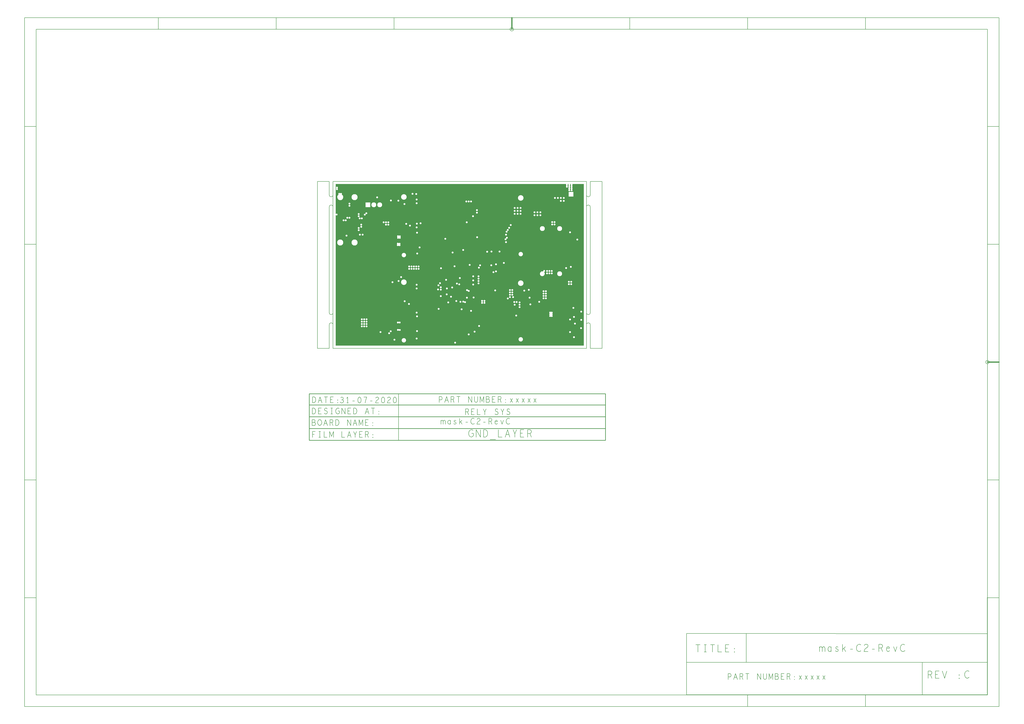
<source format=gbr>
G04 ================== begin FILE IDENTIFICATION RECORD ==================*
G04 Layout Name:  E:/Mask Board/WORK/16-05-22/mask-C2-RevC.brd*
G04 Film Name:    mask-C2-RevC_L2-GND.gbr*
G04 File Format:  Gerber RS274X*
G04 File Origin:  Cadence Allegro 16.6-P004*
G04 Origin Date:  Mon May 16 22:50:49 2022*
G04 *
G04 Layer:  VIA CLASS/L2-GND*
G04 Layer:  PIN/L2-GND*
G04 Layer:  ETCH/L2-GND*
G04 Layer:  DRAWING FORMAT/OUTLINE_DATA*
G04 Layer:  BOARD GEOMETRY/OUTLINE*
G04 Layer:  BOARD GEOMETRY/TITLE_BLOCK*
G04 *
G04 Offset:    (0.00 0.00)*
G04 Mirror:    No*
G04 Mode:      Positive*
G04 Rotation:  0*
G04 FullContactRelief:  No*
G04 UndefLineWidth:     6.00*
G04 ================== end FILE IDENTIFICATION RECORD ====================*
%FSLAX55Y55*MOIN*%
%IR0*IPPOS*OFA0.00000B0.00000*MIA0B0*SFA1.00000B1.00000*%
%ADD10C,.02*%
%ADD13C,.063*%
%ADD14C,.0551*%
%ADD11C,.076*%
%ADD15C,.05937*%
%ADD12C,.315*%
%ADD16C,.01*%
%ADD17C,.01969*%
%ADD18C,.005*%
%ADD19C,.006*%
%ADD20C,.00787*%
%ADD22C,.03204*%
%ADD24C,.07404*%
%ADD23C,.08304*%
%ADD25C,.09404*%
%ADD21C,.10304*%
G75*
%LPD*%
G75*
G36*
G01X4500Y225277D02*
G02X4597Y225449I200J0D01*
G02X4617Y225459I99J-174D01*
G01X4948Y225612D01*
G02X5160Y225583I83J-182D01*
G01X5161Y225582D01*
G03Y228018I1039J1218D01*
G01X5160Y228017D01*
G02X4948Y227989I-128J153D01*
G01X4616Y228141D01*
G02X4500Y228323I84J182D01*
G01Y278433D01*
G02X4700Y278633I200J0D01*
G01X395423D01*
G02X395534Y278599I-1J-200D01*
G01X395559Y278583D01*
X395596Y278538D01*
X395607Y278511D01*
G03X395616Y278493I183J80D01*
G01X395619Y278489D01*
X395708Y278306D01*
G03X395731Y278274I173J100D01*
G02X395769Y278074I-150J-132D01*
G01X395738Y277988D01*
X395719Y277963D01*
G03X395939Y275800I1281J-962D01*
G02Y275200I-265J-300D01*
G03X398061I1061J-1200D01*
G02Y275800I265J300D01*
G03X398286Y277955I-1061J1200D01*
G01Y277957D01*
G02X398247Y278075I161J119D01*
G01Y278166D01*
G02X398255Y278222I200J0D01*
G02X398267Y278255I193J-52D01*
G01X398392Y278509D01*
G02X398587Y278633I185J-76D01*
G01X399423D01*
G02X399534Y278599I-1J-200D01*
G01X399559Y278583D01*
X399596Y278538D01*
X399607Y278511D01*
G03X399616Y278493I183J80D01*
G01X399619Y278489D01*
X399708Y278306D01*
G03X399731Y278274I173J100D01*
G02X399769Y278074I-150J-132D01*
G01X399738Y277988D01*
X399719Y277963D01*
G03X399939Y275800I1281J-962D01*
G02X400007Y275650I-132J-150D01*
G01Y275350D01*
G02X399939Y275200I-200J0D01*
G03Y272800I1061J-1200D01*
G02X400007Y272650I-132J-150D01*
G01Y272350D01*
G02X399939Y272200I-200J0D01*
G03Y269800I1061J-1200D01*
G02X400007Y269650I-132J-150D01*
G01Y269350D01*
G02X399939Y269200I-200J0D01*
G03X402061I1061J-1200D01*
G02X401993Y269350I132J150D01*
G01Y269650D01*
G02X402061Y269800I200J0D01*
G03Y272200I-1061J1200D01*
G02X401993Y272350I132J150D01*
G01Y272650D01*
G02X402061Y272800I200J0D01*
G03Y275200I-1061J1200D01*
G02X401993Y275350I132J150D01*
G01Y275650D01*
G02X402061Y275800I200J0D01*
G03X402286Y277955I-1061J1200D01*
G01Y277957D01*
G02X402247Y278075I161J119D01*
G01Y278166D01*
G02X402255Y278222I200J0D01*
G02X402267Y278255I193J-52D01*
G01X402392Y278509D01*
G02X402587Y278633I185J-76D01*
G01X403423D01*
G02X403534Y278599I-1J-200D01*
G01X403559Y278583D01*
X403596Y278538D01*
X403607Y278511D01*
G03X403616Y278493I183J80D01*
G01X403619Y278489D01*
X403708Y278306D01*
G03X403731Y278274I173J100D01*
G02X403769Y278074I-150J-132D01*
G01X403738Y277988D01*
X403719Y277963D01*
G03X403939Y275800I1281J-962D01*
G02X404007Y275650I-132J-150D01*
G01Y275350D01*
G02X403939Y275200I-200J0D01*
G03Y272800I1061J-1200D01*
G02X404007Y272650I-132J-150D01*
G01Y272350D01*
G02X403939Y272200I-200J0D01*
G03Y269800I1061J-1200D01*
G02X404007Y269650I-132J-150D01*
G01Y269350D01*
G02X403939Y269200I-200J0D01*
G03X406061I1061J-1200D01*
G02X405993Y269350I132J150D01*
G01Y269650D01*
G02X406061Y269800I200J0D01*
G03Y272200I-1061J1200D01*
G02X405993Y272350I132J150D01*
G01Y272650D01*
G02X406061Y272800I200J0D01*
G03Y275200I-1061J1200D01*
G02X405993Y275350I132J150D01*
G01Y275650D01*
G02X406061Y275800I200J0D01*
G03X406286Y277955I-1061J1200D01*
G01Y277957D01*
G02X406247Y278075I161J119D01*
G01Y278166D01*
G02X406255Y278222I200J0D01*
G02X406267Y278255I193J-52D01*
G01X406392Y278509D01*
G02X406587Y278633I185J-76D01*
G01X425615D01*
G02X425815Y278433I0J-200D01*
G01Y4425D01*
G02X425615Y4225I-200J0D01*
G01X4700D01*
G02X4500Y4425I0J200D01*
G01Y225277D01*
G37*
%LPC*%
G75*
G36*
G01X7908Y271493D02*
G03X7902Y270942I287J-279D01*
G02X5582Y270967I-1172J-1092D01*
G03X5588Y271518I-287J279D01*
G02X7908Y271493I1172J1092D01*
G37*
G36*
G01X9367Y260493D02*
X9408Y260866D01*
X9384Y260943D01*
X9357Y260975D01*
G02X11844Y262994I1223J1035D01*
G01X11873Y262958D01*
X11953Y262917D01*
X12357Y262911D01*
X12438Y262948D01*
X12468Y262984D01*
G02X15080Y261147I1231J-1024D01*
G01X15060Y261113D01*
X15049Y261038D01*
X15130Y260692D01*
X15174Y260630D01*
X15207Y260608D01*
G02X9293Y260398I-2807J-4320D01*
G01X9327Y260423D01*
X9367Y260493D01*
G37*
G36*
G01X109253Y188422D02*
X109232Y188777D01*
X109200Y188846D01*
X109171Y188873D01*
G02X111570Y190970I1089J1175D01*
G01X111598Y190930D01*
X111680Y190886D01*
X112095Y190873D01*
X112180Y190912D01*
X112210Y190950D01*
G02X114677Y188907I1250J-1002D01*
G01X114653Y188878D01*
X114628Y188809D01*
X114636Y188468D01*
X114664Y188400D01*
X114689Y188373D01*
G02X112280Y186264I-1169J-1095D01*
G03X112125Y186338I-155J-126D01*
G01X111815D01*
G03X111660Y186264I0J-200D01*
G02X109203Y188320I-1241J1014D01*
G01X109229Y188350D01*
X109253Y188422D01*
G37*
G36*
G01X111377Y178328D02*
X111777Y178306D01*
X111859Y178339D01*
X111890Y178373D01*
G02X114296Y176259I1180J-1083D01*
G01X114273Y176232D01*
X114249Y176165D01*
X114252Y175833D01*
X114277Y175767D01*
X114300Y175740D01*
G02X111807Y173731I-1210J-1050D01*
G01X111780Y173767D01*
X111700Y173809D01*
X111298Y173825D01*
X111215Y173789D01*
X111185Y173755D01*
G02X108779Y175870I-1205J1055D01*
G01X108803Y175898D01*
X108829Y175966D01*
Y176304D01*
X108803Y176372D01*
X108779Y176400D01*
G02X111272Y178407I1200J1061D01*
G01X111299Y178370D01*
X111377Y178328D01*
G37*
G36*
G01X358715Y129529D02*
G03X358481Y128888I79J-392D01*
G02X356335Y130303I-3246J-2589D01*
G03X356832Y130771I106J386D01*
G02X358715Y129529I1568J329D01*
G37*
G36*
G01X222602Y79556D02*
G03X223214Y79373I375J139D01*
G02X222658Y77524I946J-1293D01*
G03X222046Y77707I-375J-139D01*
G02X222602Y79556I-946J1293D01*
G37*
G36*
G01X372293Y56060D02*
Y55760D01*
G03X372361Y55610I200J0D01*
G02X370139Y53306I-1061J-1200D01*
G01X370112Y53335D01*
X370041Y53367D01*
X369682Y53380D01*
X369609Y53353D01*
X369579Y53326D01*
G02X367439Y55710I-1079J1184D01*
G03X367507Y55860I-132J150D01*
G01Y56160D01*
G03X367439Y56310I-200J0D01*
G02Y58710I1061J1200D01*
G03X367507Y58860I-132J150D01*
G01Y59160D01*
G03X367439Y59310I-200J0D01*
G02X369661Y61614I1061J1200D01*
G01X369688Y61585D01*
X369759Y61553D01*
X370118Y61540D01*
X370191Y61567D01*
X370221Y61594D01*
G02X372361Y59210I1079J-1184D01*
G03X372293Y59060I132J-150D01*
G01Y58760D01*
G03X372361Y58610I200J0D01*
G02Y56210I-1061J-1200D01*
G03X372293Y56060I132J-150D01*
G37*
G36*
G01X111960Y42586D02*
G03X111340I-310J-253D01*
G02Y44614I-1240J1014D01*
G03X111960I310J253D01*
G02Y42586I1240J-1014D01*
G37*
G36*
G01X111510Y31922D02*
G03X112150Y31902I327J230D01*
G02X112090Y29978I1250J-1002D01*
G03X111450Y29998I-327J-230D01*
G02X111510Y31922I-1250J1002D01*
G37*
G36*
G01X55360Y247492D02*
X63262D01*
G02X63462Y247292I0J-200D01*
G01Y239388D01*
G02X63262Y239188I-200J0D01*
G01X55360D01*
G02X55160Y239388I0J200D01*
G01Y247292D01*
G02X55360Y247492I200J0D01*
G37*
G36*
G01X400160Y265246D02*
X407700D01*
G02X407900Y265046I0J-200D01*
G01Y257506D01*
G02X407700Y257306I-200J0D01*
G01X400160D01*
G02X399960Y257506I0J200D01*
G01Y265046D01*
G02X400160Y265246I200J0D01*
G37*
G36*
G01X294308Y185342D02*
G02X293184Y186383I-1518J-512D01*
G03X293662Y186898I99J387D01*
G02X294786Y185857I1518J512D01*
G03X294308Y185342I-99J-387D01*
G37*
G36*
G01X229633Y98506D02*
G02X228825Y96808I767J-1406D01*
G03X228240Y97087I-394J-72D01*
G02X229048Y98785I-767J1406D01*
G03X229633Y98506I394J72D01*
G37*
G36*
G01X257798Y78260D02*
G02X256242I-778J-1400D01*
G03Y78960I-194J350D01*
G02X257798I778J1400D01*
G03Y78260I194J-350D01*
G37*
G36*
G01X253798D02*
G02X252242I-778J-1400D01*
G03Y78960I-194J350D01*
G02X253798I778J1400D01*
G03Y78260I194J-350D01*
G37*
G54D22*
X23100Y191100D03*
X24350Y221200D03*
X28050D03*
X17885Y216951D03*
X21585D03*
X27995Y241583D03*
Y245283D03*
X49100Y36900D03*
Y40900D03*
Y44900D03*
Y48900D03*
X43780Y203923D03*
Y200223D03*
X47990Y206133D03*
X45800Y192800D03*
X45266Y220300D03*
X47990Y209833D03*
X48966Y220300D03*
X43800Y227663D03*
Y223963D03*
X53100Y36900D03*
Y40900D03*
Y44900D03*
X57100D03*
Y36900D03*
Y40900D03*
X53100Y48900D03*
X57100D03*
X50300Y192700D03*
X54046Y226544D03*
X56663Y229161D03*
X80700Y27190D03*
X74910Y255970D03*
X95470Y25440D03*
X93890Y209800D03*
Y213800D03*
X89890Y209800D03*
Y213800D03*
X85890D03*
X97910Y28560D03*
X104380Y14310D03*
X111170Y114120D03*
X101040Y111920D03*
X98430Y250700D03*
X110860Y250380D03*
X128890Y75050D03*
X121815Y79585D03*
X115640Y120790D03*
X129410Y138760D03*
Y134760D03*
X124340Y211130D03*
X121310Y244553D03*
X141970Y16175D03*
X142820Y28890D03*
X141900Y60230D03*
X142695Y53975D03*
X142000Y107520D03*
X142100Y101200D03*
X145410Y138760D03*
Y134760D03*
X141410Y138760D03*
Y134760D03*
X137410Y138760D03*
Y134760D03*
X133410D03*
Y138760D03*
X143130Y160830D03*
X141870Y204943D03*
X142790Y196110D03*
X130627Y208093D03*
X142207Y211243D03*
X142000Y252188D03*
X141900Y245900D03*
X141190Y261760D03*
X135100Y261940D03*
X146930Y171010D03*
X148630Y211890D03*
X179160Y66590D03*
X182900Y88300D03*
X192900Y91500D03*
X182900Y103300D03*
Y99300D03*
X178460Y99680D03*
X178900Y106600D03*
X193400Y101400D03*
X181500Y110300D03*
X191940Y116120D03*
X183400Y135800D03*
X190580Y185750D03*
X207410Y9290D03*
X195600Y77600D03*
X200270Y87171D03*
X209400Y80000D03*
X210200Y109600D03*
X202480Y102960D03*
X206242Y139142D03*
X203000Y162500D03*
X218260Y65950D03*
X216400Y78700D03*
X214400Y108300D03*
X215250Y119000D03*
X221109Y166709D03*
X226300Y249000D03*
X230410Y23450D03*
X240340Y27850D03*
X234390Y63430D03*
X238782Y85841D03*
X227167Y85830D03*
X238146Y108146D03*
X238068Y115159D03*
X238147Y122157D03*
X232100Y141300D03*
X226900Y213560D03*
X237510Y223980D03*
X230300Y249000D03*
X234300D03*
X247930Y37630D03*
X247030Y109890D03*
Y113890D03*
Y117890D03*
Y121890D03*
X247688Y136664D03*
X249680Y140750D03*
X244780Y188500D03*
X244400Y234200D03*
X244300Y230000D03*
X272400Y129100D03*
X268710Y140670D03*
X269114Y163886D03*
X261690Y163770D03*
X275462Y98162D03*
X276700Y142300D03*
X276800Y130400D03*
X289937Y144663D03*
X282500Y163900D03*
X296740Y84280D03*
X305720Y86690D03*
X300431Y86793D03*
X304431Y90793D03*
X300431D03*
X304431Y94793D03*
X300431D03*
X304431Y98793D03*
X300431D03*
X293600Y180120D03*
X293670Y192690D03*
X294610Y197650D03*
X296810Y200540D03*
X299010Y204380D03*
X301530Y209150D03*
X311000Y55430D03*
X307790Y78390D03*
X311620Y78260D03*
X316500Y69800D03*
Y73800D03*
Y77800D03*
X308440Y73720D03*
X318360Y227860D03*
X313360D03*
X308360D03*
Y232860D03*
X313360D03*
X318360D03*
Y237860D03*
X313360D03*
X308360D03*
X334900Y74410D03*
X333760Y85520D03*
X324820Y97780D03*
X332210Y99010D03*
X350029Y78759D03*
X341920Y225720D03*
X346920D03*
X351920D03*
Y230720D03*
X346920D03*
X341920D03*
X361200Y84800D03*
Y88800D03*
Y92800D03*
X357200D03*
Y88800D03*
Y84800D03*
X361200Y96800D03*
X357200D03*
X367400Y127100D03*
Y131100D03*
X363400D03*
Y127100D03*
X371400D03*
Y131100D03*
X376029Y214023D03*
Y210023D03*
X372029Y214023D03*
Y210023D03*
X386560Y249960D03*
Y254960D03*
X381560D03*
X376560D03*
X402220Y27210D03*
X402300Y48660D03*
X400199Y108508D03*
Y112508D03*
X395780Y136100D03*
X402350Y196680D03*
X391560Y249960D03*
Y254960D03*
X409060Y18510D03*
X410730Y41670D03*
X409030Y53090D03*
X408063Y68393D03*
X404199Y108508D03*
Y112508D03*
X403740Y137990D03*
X414700Y184330D03*
X420940Y34000D03*
X421470Y48000D03*
X421280Y62000D03*
G54D24*
X120173Y13419D03*
Y158087D03*
X318598Y14994D03*
Y159662D03*
G54D23*
X79311Y243340D03*
X69311D03*
X355235Y203071D03*
X384565Y126299D03*
Y203071D03*
G54D25*
X120173Y111851D03*
Y256519D03*
X318598Y110276D03*
Y254944D03*
G54D21*
X12400Y179368D03*
X36540D03*
Y256288D03*
%LPD*%
G75*
G54D10*
X14000Y142200D03*
Y148200D03*
X15000Y186600D03*
X11900D03*
X8700Y186500D03*
X6400Y205000D03*
X6300Y210900D03*
X6400Y216900D03*
X6300Y222700D03*
X6730Y234330D03*
X12000Y249400D03*
X22000Y136200D03*
X18000D03*
Y142200D03*
X22000D03*
Y148200D03*
X18000D03*
X28500Y205100D03*
X30628Y193208D03*
X29200Y199100D03*
X30580Y210900D03*
Y218200D03*
X30559Y222758D03*
X29668Y228732D03*
X30100Y231800D03*
X30800Y240400D03*
X31300Y246400D03*
X41600Y13800D03*
X46600D03*
Y22800D03*
Y17800D03*
X41600D03*
Y22800D03*
X51600Y13800D03*
X56600D03*
Y17800D03*
X51600D03*
X60270Y179710D03*
X56270D03*
X64270D03*
Y187710D03*
Y183710D03*
X56270Y187710D03*
X60270D03*
X56270Y183710D03*
X60270D03*
X74080Y12660D03*
X75300Y36200D03*
X67000Y212000D03*
X87090Y17800D03*
X97370Y42950D03*
X96480Y54250D03*
X96840Y85450D03*
X85300Y202300D03*
X110800Y55550D03*
X110550Y65000D03*
X97950Y96550D03*
X97700Y187618D03*
X109940Y200300D03*
X97700Y209668D03*
X109640Y231740D03*
X111510Y241970D03*
X116290Y30990D03*
X119600Y43600D03*
X116500D03*
X119600Y33700D03*
X120230Y176600D03*
X119880Y181370D03*
Y185500D03*
X119930Y189500D03*
X130045Y19325D03*
X142745Y44525D03*
X142520Y34160D03*
X129900Y103070D03*
X130000Y164000D03*
X141873Y179743D03*
Y189193D03*
X141880Y202160D03*
X129984Y214393D03*
X130765Y249100D03*
X153270Y16180D03*
X146930Y54280D03*
X148870Y63350D03*
X158843Y80780D03*
X154000D03*
X148870Y110702D03*
Y104402D03*
Y207770D03*
X153300Y225600D03*
X158200D03*
X148870Y255370D03*
Y249070D03*
X171325Y56280D03*
X175325D03*
Y52280D03*
X171325D03*
X163500Y80780D03*
X169325Y91500D03*
X177325D03*
X173325D03*
Y95500D03*
X177325D03*
X169325D03*
X162800Y225100D03*
X179325Y56280D03*
Y52280D03*
X192061Y124121D03*
X194945Y57080D03*
X202945D03*
X198945D03*
Y53080D03*
X202945D03*
X194945D03*
X196530Y87270D03*
X202613Y125333D03*
X210251Y141849D03*
X205668Y218602D03*
X208333Y220500D03*
X202333D03*
X208333Y226500D03*
X202333D03*
X214225Y67975D03*
X215725Y94300D03*
X219725D03*
X211725D03*
Y90300D03*
X219725D03*
X215725D03*
X211725Y98300D03*
X219725D03*
X215725D03*
X221134Y122777D03*
X210964Y122638D03*
X214601Y126634D03*
X219750Y119000D03*
X222783Y111916D03*
X214040Y145640D03*
X221109Y170449D03*
X225730Y218820D03*
X218333Y220500D03*
X222333D03*
X214333D03*
X218333Y237500D03*
X222333D03*
X214333D03*
Y232500D03*
X222333D03*
X218333D03*
X214333Y226500D03*
X222333D03*
X218333D03*
Y242500D03*
X222333D03*
X214333D03*
X218333Y248500D03*
X222333D03*
X214333D03*
X241245Y44940D03*
X237245D03*
Y48940D03*
X241245D03*
X236357Y81265D03*
X237537Y89884D03*
X226851Y104409D03*
X234100Y97000D03*
X236700Y100779D03*
X227757Y126679D03*
X227558Y115106D03*
X227249Y122171D03*
X241600Y250400D03*
X245245Y44940D03*
Y48940D03*
X257900Y94800D03*
X257937Y153323D03*
X274100Y58400D03*
Y53400D03*
Y63400D03*
X271781Y104832D03*
X263400Y101900D03*
X278100Y58400D03*
X282100D03*
Y53400D03*
X278100D03*
X282100Y63400D03*
X278100D03*
X276168Y91032D03*
X277200Y147800D03*
X276700Y206200D03*
X284700D03*
X280700D03*
X276700Y218200D03*
X284700D03*
X280700D03*
X276700Y212200D03*
X280700D03*
X284700D03*
X289570Y258070D03*
X285570D03*
X289570Y262070D03*
X285570D03*
X291251Y20870D03*
Y16870D03*
X295251D03*
Y20870D03*
Y24870D03*
X301846Y42990D03*
X295251Y35130D03*
X305290Y66260D03*
X301695Y70705D03*
X293677Y144663D03*
X295251Y169538D03*
X293570Y258070D03*
Y262070D03*
X319200Y57400D03*
Y52400D03*
X311300Y98210D03*
X314300Y140400D03*
X318300D03*
X322300D03*
X314300Y148400D03*
Y144400D03*
X322300Y148400D03*
X318300D03*
X322300Y144400D03*
X318300D03*
X327200Y57400D03*
Y52400D03*
X323200Y57400D03*
Y52400D03*
X328210Y98860D03*
X328211Y237040D03*
X339900Y66010D03*
Y63010D03*
X342900Y66010D03*
Y63010D03*
X352750Y88260D03*
X352091Y135910D03*
X348400Y137900D03*
X352403Y151884D03*
Y157789D03*
Y163695D03*
X350640Y168430D03*
X347128Y181417D03*
X351904Y189308D03*
X351816Y193205D03*
X339590Y248850D03*
X365410Y140120D03*
X376900Y30200D03*
Y25200D03*
X384900Y30200D03*
X380900D03*
X384900Y25200D03*
X380900D03*
Y45200D03*
X384900D03*
X376900D03*
X380900Y35200D03*
X384900D03*
X380900Y40200D03*
X384900D03*
X376900Y35200D03*
Y40200D03*
X380900Y50200D03*
X384900D03*
X376900D03*
X376000Y140079D03*
Y145984D03*
Y151890D03*
Y157795D03*
Y163701D03*
Y169606D03*
Y175512D03*
Y181417D03*
Y187323D03*
Y193228D03*
X394200Y44400D03*
X390200D03*
X394200Y40400D03*
X390200D03*
X394200Y36400D03*
X390200D03*
Y52400D03*
X394200D03*
X390200Y48400D03*
X394200D03*
X388638Y102048D03*
X401093Y116030D03*
X401059Y123645D03*
X409190Y6720D03*
G54D20*
G01X-523241Y-423689D02*
X-503556D01*
G01X-523241Y-223689D02*
X-503556D01*
G01X-523241Y176311D02*
X-503556D01*
G01X-523241Y376311D02*
X-503556D01*
G01Y-588650D02*
Y541271D01*
G01Y-588650D02*
X1110617D01*
G01X-503556Y541271D02*
X1110617D01*
G01X-296469Y560956D02*
Y541271D01*
G01X-96469Y560956D02*
Y541271D01*
G01X103531Y560956D02*
Y541271D01*
G01X306521D02*
G03X300541I-2990J0D01*
G01D02*
G03X306521I2990J0D01*
G01X503531Y560956D02*
Y541271D01*
G01X703531Y-608335D02*
Y-588650D01*
G01Y560956D02*
Y541271D01*
G01X903531Y-608335D02*
Y-588650D01*
G01Y560956D02*
Y541271D01*
G01X1110617Y-588650D02*
Y541271D01*
G01X1130302Y-423689D02*
X1110617D01*
G01X1130302Y-223689D02*
X1110617D01*
G01X1113607Y-23689D02*
G03X1107627I-2990J0D01*
G01D02*
G03X1113607I2990J0D01*
G01X1130302Y176311D02*
X1110617D01*
G01X1130302Y376311D02*
X1110617D01*
G54D11*
X19290Y167237D03*
Y268419D03*
X29650Y167237D03*
Y268419D03*
G54D12*
X45320Y140450D03*
X405319Y90300D03*
Y231535D03*
G54D13*
X59311Y263340D03*
X79311D03*
G54D14*
X364782Y110551D03*
Y218819D03*
X375018Y110551D03*
Y218819D03*
G54D15*
X413772Y261276D03*
G54D16*
G01X-40415Y-77276D02*
Y-156476D01*
G01D02*
X387485D01*
G01X-40415Y-136476D02*
X462185D01*
G01X-40415Y-116476D02*
X462185D01*
G01X-40415Y-96476D02*
X462185D01*
G01Y-77276D02*
X-40415D01*
G01X387485Y-156476D02*
X462185D01*
G01D02*
Y-77276D01*
G54D17*
G01X303531Y560956D02*
Y541271D01*
G01X1130302Y-23689D02*
X1110617D01*
G54D18*
G01X-6200Y-275D02*
X-26200D01*
Y283133D01*
X-6200D01*
G01Y39972D02*
Y-275D01*
G01X0Y39972D02*
Y29972D01*
G01X-6200Y39972D02*
G02X0I3100J0D01*
G01Y59972D02*
G02X-6200I-3100J0D01*
G01X0D02*
Y69972D01*
G01X-6200Y59972D02*
Y229972D01*
G01X0Y239972D02*
Y229972D01*
G01X-6200Y239972D02*
Y229972D01*
G01Y239972D02*
G02X0I3100J0D01*
G01Y259972D02*
G02X-6200I-3100J0D01*
G01X0D02*
Y269972D01*
G01X-6200Y259972D02*
Y283133D01*
G01X430315Y39972D02*
Y29972D01*
G01Y39972D02*
G02X436515I3100J0D01*
G01Y59972D02*
G02X430315I-3100J0D01*
G01D02*
Y69972D01*
G01Y239972D02*
Y229972D01*
G01Y239972D02*
G02X436515I3100J0D01*
G01Y259972D02*
G02X430315I-3100J0D01*
G01D02*
Y269972D01*
G01X436515Y283133D02*
X456515D01*
Y-275D01*
X436515D01*
G01Y39972D02*
Y-275D01*
G01Y59972D02*
Y69972D01*
G01Y239972D02*
Y69972D01*
G01Y259972D02*
Y283133D01*
G54D19*
G01X-523241Y-608335D02*
Y560956D01*
G01Y-608335D02*
X1130302D01*
G01X-523241Y560956D02*
X1130302D01*
G01X-34740Y-151376D02*
Y-141376D01*
G01X-31740Y-146209D02*
X-34740D01*
G01Y-141376D02*
X-29990D01*
G01X-31515Y-125977D02*
X-35390D01*
G01Y-131310D02*
X-31265D01*
G01X-35390Y-121310D02*
Y-131310D01*
G01X-32015Y-121310D02*
X-35390D01*
G01X-32415Y-101776D02*
X-31415Y-102276D01*
G01X-34915Y-101776D02*
X-32415D01*
G01Y-111776D02*
X-34915D01*
G01X-31415Y-111276D02*
X-32415Y-111776D01*
G01X-34915D02*
Y-101776D01*
G01X-32215Y-92576D02*
X-34715D01*
G01X-31215Y-92076D02*
X-32215Y-92576D01*
G01X-34715D02*
Y-82576D01*
G01X-32215D02*
X-31215Y-83076D01*
G01X-34715Y-82576D02*
X-32215D01*
G01X-23865Y-151376D02*
X-20865D01*
G01X-22365Y-141376D02*
Y-151376D01*
G01X-23865Y-141376D02*
X-20865D01*
G01X-21515Y-131143D02*
X-22515Y-131310D01*
G01X-20640Y-130477D02*
X-21515Y-131143D01*
G01X-19890Y-129477D02*
X-20640Y-130477D01*
G01X-19390Y-128310D02*
X-19890Y-129477D01*
G01X-19140Y-126977D02*
X-19390Y-128310D01*
G01X-19140Y-125643D02*
Y-126977D01*
G01X-19390Y-124310D02*
X-19140Y-125643D01*
G01X-19890Y-123143D02*
X-19390Y-124310D01*
G01X-20640Y-122143D02*
X-19890Y-123143D01*
G01X-21515Y-121477D02*
X-20640Y-122143D01*
G01X-22515Y-121310D02*
X-21515Y-121477D01*
G01X-23515D02*
X-22515Y-121310D01*
G01X-24390Y-122143D02*
X-23515Y-121477D01*
G01X-25140Y-123143D02*
X-24390Y-122143D01*
G01X-25640Y-124310D02*
X-25140Y-123143D01*
G01X-25890Y-125643D02*
X-25640Y-124310D01*
G01X-25890Y-126977D02*
Y-125643D01*
G01X-25640Y-128310D02*
X-25890Y-126977D01*
G01X-25140Y-129477D02*
X-25640Y-128310D01*
G01X-24390Y-130477D02*
X-25140Y-129477D01*
G01X-23515Y-131143D02*
X-24390Y-130477D01*
G01X-22515Y-131310D02*
X-23515Y-131143D01*
G01X-30640Y-126310D02*
X-31515Y-125977D01*
G01X-29890Y-127310D02*
X-30640Y-126310D01*
G01X-29640Y-128477D02*
X-29890Y-127310D01*
G01Y-129643D02*
X-29640Y-128477D01*
G01X-30390Y-130643D02*
X-29890Y-129643D01*
G01X-31265Y-131310D02*
X-30390Y-130643D01*
G01X-31140Y-121810D02*
X-32015Y-121310D01*
G01X-30640Y-122477D02*
X-31140Y-121810D01*
G01X-30390Y-123477D02*
X-30640Y-122477D01*
G01Y-124644D02*
X-30390Y-123477D01*
G01X-31015Y-125477D02*
X-30640Y-124644D01*
G01X-31515Y-125977D02*
X-31015Y-125477D01*
G01X-24665Y-101776D02*
X-19665D01*
G01X-21665Y-106609D02*
X-24665D01*
G01Y-111776D02*
Y-101776D01*
G01X-19665Y-111776D02*
X-24665D01*
G01X-30665Y-110610D02*
X-31415Y-111276D01*
G01X-30040Y-109609D02*
X-30665Y-110610D01*
G01X-29540Y-108443D02*
X-30040Y-109609D01*
G01X-29415Y-106776D02*
X-29540Y-108443D01*
G01Y-105110D02*
X-29415Y-106776D01*
G01X-30040Y-103943D02*
X-29540Y-105110D01*
G01X-30665Y-102943D02*
X-30040Y-103943D01*
G01X-31415Y-102276D02*
X-30665Y-102943D01*
G01X-19965Y-89076D02*
X-23965D01*
G01X-21965Y-82576D02*
X-18840Y-92576D01*
G01X-25090D02*
X-21965Y-82576D01*
G01X-29340Y-85910D02*
X-29215Y-87576D01*
G01X-29840Y-84743D02*
X-29340Y-85910D01*
G01X-30465Y-83743D02*
X-29840Y-84743D01*
G01X-31215Y-83076D02*
X-30465Y-83743D01*
G01Y-91410D02*
X-31215Y-92076D01*
G01X-29840Y-90409D02*
X-30465Y-91410D01*
G01X-29340Y-89243D02*
X-29840Y-90409D01*
G01X-29215Y-87576D02*
X-29340Y-89243D01*
G01X-2365Y-149709D02*
X885Y-141376D01*
G01X-5615D02*
X-2365Y-149709D01*
G01X-5615Y-151376D02*
Y-141376D01*
G01X-14865Y-151376D02*
X-9865D01*
G01X-14865Y-141376D02*
Y-151376D01*
G01X-1890Y-126477D02*
X-15Y-131310D01*
G01X-1890Y-126477D02*
X-5015D01*
G01X-1015Y-125977D02*
X-1890Y-126477D01*
G01X-265Y-125143D02*
X-1015Y-125977D01*
G01X-15Y-123810D02*
X-265Y-125143D01*
G01Y-122477D02*
X-15Y-123810D01*
G01X-890Y-121810D02*
X-265Y-122477D01*
G01X-1890Y-121310D02*
X-890Y-121810D01*
G01X-5015Y-121310D02*
X-1890D01*
G01X-5015Y-131310D02*
Y-121310D01*
G01X-12515D02*
X-9390Y-131310D01*
G01X-10515Y-127810D02*
X-14515D01*
G01X-15640Y-131310D02*
X-12515Y-121310D01*
G01X-3665Y-101776D02*
X-665D01*
G01X-11665D02*
X-10790Y-102109D01*
G01X-12540Y-101776D02*
X-11665D01*
G01X-3665Y-111776D02*
X-665D01*
G01X-2165Y-101776D02*
Y-111776D01*
G01X-10790Y-102109D02*
X-10040Y-102943D01*
G01X-11540Y-106443D02*
X-13040Y-106109D01*
G01X-10415Y-107109D02*
X-11540Y-106443D01*
G01X-9790Y-108110D02*
X-10415Y-107109D01*
G01X-9540Y-109276D02*
X-9790Y-108110D01*
G01X-9915Y-110443D02*
X-9540Y-109276D01*
G01X-10665Y-111276D02*
X-9915Y-110443D01*
G01X-11665Y-111776D02*
X-10665Y-111276D01*
G01X-12665Y-111776D02*
X-11665D01*
G01X-13415Y-102276D02*
X-12540Y-101776D01*
G01X-14040Y-103109D02*
X-13415Y-102276D01*
G01X-14290Y-104276D02*
X-14040Y-103109D01*
G01X-13915Y-105443D02*
X-14290Y-104276D01*
G01X-13040Y-106109D02*
X-13915Y-105443D01*
G01X-13790Y-111276D02*
X-12665Y-111776D01*
G01X-14790Y-110443D02*
X-13790Y-111276D01*
G01X-1465Y-87409D02*
X-4465D01*
G01Y-92576D02*
Y-82576D01*
G01X535Y-92576D02*
X-4465D01*
G01X-11965Y-82576D02*
Y-92576D01*
G01X-4465Y-82576D02*
X535D01*
G01X-14840D02*
X-9090D01*
G01X430315Y-275D02*
Y283133D01*
X0D01*
Y-275D01*
X430315D01*
G01X15135Y-151376D02*
X20135D01*
G01X15135Y-141376D02*
Y-151376D01*
G01X885Y-141376D02*
Y-151376D01*
G01X7235Y-131310D02*
X4735D01*
G01X8235Y-130810D02*
X7235Y-131310D01*
G01X8985Y-130144D02*
X8235Y-130810D01*
G01X9610Y-129143D02*
X8985Y-130144D01*
G01X10110Y-127977D02*
X9610Y-129143D01*
G01X10235Y-126310D02*
X10110Y-127977D01*
G01Y-124644D02*
X10235Y-126310D01*
G01X9610Y-123477D02*
X10110Y-124644D01*
G01X8985Y-122477D02*
X9610Y-123477D01*
G01X8235Y-121810D02*
X8985Y-122477D01*
G01X7235Y-121310D02*
X8235Y-121810D01*
G01X4735Y-121310D02*
X7235D01*
G01X4735Y-131310D02*
Y-121310D01*
G01X8710Y-101776D02*
X9710Y-102109D01*
G01X7835Y-101776D02*
X8710D01*
G01X6835Y-102276D02*
X7835Y-101776D01*
G01X14960D02*
X20710Y-111776D01*
G01X14960D02*
Y-101776D01*
G01X9710Y-102109D02*
X10460Y-102776D01*
G01X6085Y-102943D02*
X6835Y-102276D01*
G01X5335Y-103943D02*
X6085Y-102943D01*
G01X4835Y-105110D02*
X5335Y-103943D01*
G01X4585Y-106109D02*
X4835Y-105110D01*
G01X4585Y-107276D02*
Y-106109D01*
G01X4835Y-108609D02*
X4585Y-107276D01*
G01X5335Y-109776D02*
X4835Y-108609D01*
G01X6085Y-110776D02*
X5335Y-109776D01*
G01X6960Y-111443D02*
X6085Y-110776D01*
G01X8210Y-111776D02*
X6960Y-111443D01*
G01X9460D02*
X8210Y-111776D01*
G01X10335Y-110776D02*
X9460Y-111443D01*
G01X11085Y-109776D02*
X10335Y-110776D01*
G01X11085Y-106776D02*
Y-109776D01*
G01X8585Y-106776D02*
X11085D01*
G01X12200Y-91000D02*
X12950Y-92167D01*
X13950Y-92833D01*
X15075Y-93000D01*
X16075Y-92833D01*
X17075Y-92000D01*
X17700Y-91000D01*
X17825Y-90000D01*
X17575Y-88834D01*
X16700Y-88000D01*
X15825Y-87667D01*
X14700D01*
G01X15825D02*
X16575Y-87167D01*
X17200Y-86334D01*
X17450Y-85333D01*
X17200Y-84333D01*
X16575Y-83500D01*
X15450Y-83000D01*
X14325Y-83167D01*
X13200Y-83833D01*
G01X24950Y-93000D02*
Y-83000D01*
X23450Y-85000D01*
G01Y-93000D02*
X26450D01*
G01X33325Y-89667D02*
X36575D01*
G01X44950Y-83000D02*
X43950Y-83333D01*
X43200Y-84167D01*
X42700Y-85167D01*
X42325Y-86500D01*
X42200Y-88000D01*
X42325Y-89500D01*
X42700Y-90833D01*
X43200Y-91834D01*
X43950Y-92667D01*
X44950Y-93000D01*
X45950Y-92667D01*
X46700Y-91834D01*
X47200Y-90833D01*
X47575Y-89500D01*
X47700Y-88000D01*
X47575Y-86500D01*
X47200Y-85167D01*
X46700Y-84167D01*
X45950Y-83333D01*
X44950Y-83000D01*
G01X54700Y-93000D02*
X54950Y-90833D01*
X55325Y-89000D01*
X55825Y-87333D01*
X56450Y-85500D01*
X57450Y-83000D01*
X52450D01*
G01X63325Y-89667D02*
X66575D01*
G01X72575Y-84667D02*
X73325Y-83667D01*
X74200Y-83167D01*
X75200Y-83000D01*
X76450Y-83333D01*
X77325Y-84167D01*
X77575Y-85167D01*
X77450Y-86167D01*
X76950Y-87000D01*
X74450Y-88667D01*
X73325Y-89833D01*
X72575Y-91500D01*
X72325Y-93000D01*
X77575D01*
G01X84950Y-83000D02*
X83950Y-83333D01*
X83200Y-84167D01*
X82700Y-85167D01*
X82325Y-86500D01*
X82200Y-88000D01*
X82325Y-89500D01*
X82700Y-90833D01*
X83200Y-91834D01*
X83950Y-92667D01*
X84950Y-93000D01*
X85950Y-92667D01*
X86700Y-91834D01*
X87200Y-90833D01*
X87575Y-89500D01*
X87700Y-88000D01*
X87575Y-86500D01*
X87200Y-85167D01*
X86700Y-84167D01*
X85950Y-83333D01*
X84950Y-83000D01*
G01X92575Y-84667D02*
X93325Y-83667D01*
X94200Y-83167D01*
X95200Y-83000D01*
X96450Y-83333D01*
X97325Y-84167D01*
X97575Y-85167D01*
X97450Y-86167D01*
X96950Y-87000D01*
X94450Y-88667D01*
X93325Y-89833D01*
X92575Y-91500D01*
X92325Y-93000D01*
X97575D01*
G01X104950Y-83000D02*
X103950Y-83333D01*
X103200Y-84167D01*
X102700Y-85167D01*
X102325Y-86500D01*
X102200Y-88000D01*
X102325Y-89500D01*
X102700Y-90833D01*
X103200Y-91834D01*
X103950Y-92667D01*
X104950Y-93000D01*
X105950Y-92667D01*
X106700Y-91834D01*
X107200Y-90833D01*
X107575Y-89500D01*
X107700Y-88000D01*
X107575Y-86500D01*
X107200Y-85167D01*
X106700Y-84167D01*
X105950Y-83333D01*
X104950Y-83000D01*
G01X8285Y-88243D02*
X8035Y-88410D01*
G01X8285Y-87909D02*
Y-88243D01*
G01X8035Y-87743D02*
X8285Y-87909D01*
G01X7785D02*
X8035Y-87743D01*
G01X7785Y-88243D02*
Y-87909D01*
G01X8035Y-88410D02*
X7785Y-88243D01*
G01X8285Y-92743D02*
X8035Y-92909D01*
G01X8285Y-92409D02*
Y-92743D01*
G01X8035Y-92243D02*
X8285Y-92409D01*
G01X7785D02*
X8035Y-92243D01*
G01X7785Y-92743D02*
Y-92409D01*
G01X8035Y-92909D02*
X7785Y-92743D01*
G01X29635Y-147876D02*
X25635D01*
G01X27635Y-141376D02*
X30760Y-151376D01*
G01X24510D02*
X27635Y-141376D01*
G01X30360Y-131310D02*
Y-121310D01*
G01X24610D02*
X30360Y-131310D01*
G01X24610D02*
Y-121310D01*
G01X25335Y-101776D02*
X30335D01*
G01X28335Y-106609D02*
X25335D01*
G01Y-111776D02*
Y-101776D01*
G01X30335Y-111776D02*
X25335D01*
G01X20710D02*
Y-101776D01*
G01X45135Y-151376D02*
Y-141376D01*
G01X50135Y-151376D02*
X45135D01*
G01X37635D02*
Y-146876D01*
G01X48135Y-146209D02*
X45135D01*
G01Y-141376D02*
X50135D01*
G01X40135D02*
X37635Y-146876D01*
G01D02*
X35135Y-141376D01*
G01X47485Y-129643D02*
X50735Y-121310D01*
G01X44235D02*
X47485Y-129643D01*
G01X44235Y-131310D02*
Y-121310D01*
G01X39485Y-127810D02*
X35485D01*
G01X37485Y-121310D02*
X40610Y-131310D01*
G01X34360D02*
X37485Y-121310D01*
G01X37585Y-101776D02*
X38585Y-102276D01*
G01Y-111276D02*
X37585Y-111776D01*
G01X39335Y-110610D02*
X38585Y-111276D01*
G01X39960Y-109609D02*
X39335Y-110610D01*
G01X40460Y-108443D02*
X39960Y-109609D01*
G01X40585Y-106776D02*
X40460Y-108443D01*
G01Y-105110D02*
X40585Y-106776D01*
G01X39960Y-103943D02*
X40460Y-105110D01*
G01X39335Y-102943D02*
X39960Y-103943D01*
G01X38585Y-102276D02*
X39335Y-102943D01*
G01X35085Y-101776D02*
X37585D01*
G01Y-111776D02*
X35085D01*
G01D02*
Y-101776D01*
G01X58260Y-146543D02*
X60135Y-151376D01*
G01X55135D02*
Y-141376D01*
G01X58260Y-146543D02*
X55135D01*
G01X59135Y-146043D02*
X58260Y-146543D01*
G01X59885Y-145209D02*
X59135Y-146043D01*
G01X60135Y-143876D02*
X59885Y-145209D01*
G01Y-142543D02*
X60135Y-143876D01*
G01X59260Y-141876D02*
X59885Y-142543D01*
G01X58260Y-141376D02*
X59260Y-141876D01*
G01X55135Y-141376D02*
X58260D01*
G01X57985Y-126143D02*
X54985D01*
G01Y-121310D02*
X59985D01*
G01X54985Y-131310D02*
Y-121310D01*
G01X59985Y-131310D02*
X54985D01*
G01X50735Y-121310D02*
Y-131310D01*
G01X59835Y-108276D02*
X55835D01*
G01X57835Y-101776D02*
X60960Y-111776D01*
G01X54710D02*
X57835Y-101776D01*
G01X67885Y-151543D02*
X67635Y-151709D01*
G01X67885Y-151209D02*
Y-151543D01*
G01X67635Y-151043D02*
X67885Y-151209D01*
G01X67385D02*
X67635Y-151043D01*
G01X67385Y-151543D02*
Y-151209D01*
G01X67635Y-151709D02*
X67385Y-151543D01*
G01X67885Y-147043D02*
X67635Y-147210D01*
G01X67885Y-146709D02*
Y-147043D01*
G01X67635Y-146543D02*
X67885Y-146709D01*
G01X67385D02*
X67635Y-146543D01*
G01X67385Y-147043D02*
Y-146709D01*
G01X67635Y-147210D02*
X67385Y-147043D01*
G01X67735Y-126977D02*
X67485Y-127144D01*
G01X67735Y-126643D02*
Y-126977D01*
G01X67485Y-126477D02*
X67735Y-126643D01*
G01Y-131477D02*
X67485Y-131643D01*
G01X67735Y-131143D02*
Y-131477D01*
G01X67485Y-130977D02*
X67735Y-131143D01*
G01X67235Y-126643D02*
X67485Y-126477D01*
G01X67235Y-126977D02*
Y-126643D01*
G01X67485Y-127144D02*
X67235Y-126977D01*
G01Y-131143D02*
X67485Y-130977D01*
G01X67235Y-131477D02*
Y-131143D01*
G01X67485Y-131643D02*
X67235Y-131477D01*
G01X78085Y-107443D02*
X77835Y-107610D01*
G01X78085Y-107109D02*
Y-107443D01*
G01X77835Y-106943D02*
X78085Y-107109D01*
G01X77585D02*
X77835Y-106943D01*
G01X77585Y-107443D02*
Y-107109D01*
G01X77835Y-107610D02*
X77585Y-107443D01*
G01X78085Y-111943D02*
X77835Y-112109D01*
G01X78085Y-111609D02*
Y-111943D01*
G01X77835Y-111443D02*
X78085Y-111609D01*
G01X77585D02*
X77835Y-111443D01*
G01X77585Y-111943D02*
Y-111609D01*
G01X77835Y-112109D02*
X77585Y-111943D01*
G01X67835Y-101776D02*
Y-111776D01*
G01X64960Y-101776D02*
X70710D01*
G01X111485Y-77697D02*
Y-155856D01*
G01X183240Y-129040D02*
Y-122374D01*
G01Y-124207D02*
X183615Y-123373D01*
X184240Y-122707D01*
X185115Y-122374D01*
X185990Y-122707D01*
X186615Y-123373D01*
X186990Y-124207D01*
Y-129040D01*
G01Y-124207D02*
X187365Y-123373D01*
X187990Y-122707D01*
X188865Y-122374D01*
X189740Y-122707D01*
X190365Y-123373D01*
X190740Y-124373D01*
Y-129040D01*
G01X199240D02*
Y-122374D01*
G01Y-123540D02*
X198740Y-122873D01*
X197990Y-122540D01*
X197115Y-122374D01*
X196240Y-122707D01*
X195490Y-123373D01*
X194990Y-124373D01*
X194740Y-125707D01*
X194990Y-127040D01*
X195490Y-128040D01*
X196240Y-128707D01*
X197115Y-129040D01*
X197990Y-128873D01*
X198740Y-128373D01*
X199240Y-127707D01*
G01X205115Y-127874D02*
X205740Y-128540D01*
X206615Y-129040D01*
X207365D01*
X208115Y-128707D01*
X208615Y-128207D01*
X208865Y-127540D01*
X208740Y-126540D01*
X208240Y-126040D01*
X205990Y-125040D01*
X205490Y-123873D01*
X205740Y-123040D01*
X206240Y-122540D01*
X206990Y-122374D01*
X207740Y-122540D01*
X208490Y-123040D01*
G01X214865Y-129040D02*
Y-119040D01*
G01X218865Y-122374D02*
X214865Y-126207D01*
G01X216490Y-124707D02*
X219115Y-129040D01*
G01X225365Y-125707D02*
X228615D01*
G01X239740Y-119873D02*
X238990Y-119373D01*
X238115Y-119040D01*
X237115D01*
X235990Y-119540D01*
X235115Y-120373D01*
X234490Y-121373D01*
X233990Y-123040D01*
X233865Y-124540D01*
X234115Y-126040D01*
X234490Y-127040D01*
X235240Y-128040D01*
X236115Y-128707D01*
X236990Y-129040D01*
X237865D01*
X238740Y-128707D01*
X239490Y-128207D01*
X240115Y-127540D01*
G01X244615Y-120707D02*
X245365Y-119707D01*
X246240Y-119207D01*
X247240Y-119040D01*
X248490Y-119373D01*
X249365Y-120207D01*
X249615Y-121207D01*
X249490Y-122207D01*
X248990Y-123040D01*
X246490Y-124707D01*
X245365Y-125873D01*
X244615Y-127540D01*
X244365Y-129040D01*
X249615D01*
G01X255365Y-125707D02*
X258615D01*
G01X264490Y-129040D02*
Y-119040D01*
X267615D01*
X268615Y-119540D01*
X269240Y-120207D01*
X269490Y-121540D01*
X269240Y-122873D01*
X268490Y-123707D01*
X267615Y-124207D01*
X264490D01*
G01X267615D02*
X269490Y-129040D01*
G01X275115Y-124540D02*
X279115D01*
X278740Y-123373D01*
X278115Y-122707D01*
X277240Y-122374D01*
X276365Y-122540D01*
X275615Y-123040D01*
X275115Y-124207D01*
X274865Y-125207D01*
Y-126207D01*
X275115Y-127207D01*
X275740Y-128207D01*
X276490Y-128873D01*
X277365Y-129040D01*
X278240Y-128707D01*
X279115Y-127707D01*
G01X284740Y-122374D02*
X286990Y-129040D01*
X289240Y-122374D01*
G01X299740Y-119873D02*
X298990Y-119373D01*
X298115Y-119040D01*
X297115D01*
X295990Y-119540D01*
X295115Y-120373D01*
X294490Y-121373D01*
X293990Y-123040D01*
X293865Y-124540D01*
X294115Y-126040D01*
X294490Y-127040D01*
X295240Y-128040D01*
X296115Y-128707D01*
X296990Y-129040D01*
X297865D01*
X298740Y-128707D01*
X299490Y-128207D01*
X300115Y-127540D01*
G01X185385Y-84910D02*
X185135Y-86243D01*
G01Y-83577D02*
X185385Y-84910D01*
G01X184385Y-82410D02*
X185135Y-83577D01*
G01X194885Y-88410D02*
X190885D01*
G01X189760Y-91910D02*
X192885Y-81910D01*
G01X183385Y-87744D02*
X180385D01*
G01X184510Y-87243D02*
X183385Y-87744D01*
G01X185135Y-86243D02*
X184510Y-87243D01*
G01X180385Y-91910D02*
Y-81910D01*
G01X183385D02*
X184385Y-82410D01*
G01X180385Y-81910D02*
X183385D01*
G01X192885D02*
X196010Y-91910D01*
G01X205135Y-85743D02*
X204385Y-86577D01*
G01X205385Y-84410D02*
X205135Y-85743D01*
G01Y-83077D02*
X205385Y-84410D01*
G01X203510Y-87077D02*
X205385Y-91910D01*
G01X203510Y-87077D02*
X200385D01*
G01X204385Y-86577D02*
X203510Y-87077D01*
G01X200385Y-91910D02*
Y-81910D01*
G01X204510Y-82410D02*
X205135Y-83077D01*
G01X203510Y-81910D02*
X204510Y-82410D01*
G01X200385Y-81910D02*
X203510D01*
G01X228260Y-108143D02*
X225135D01*
G01Y-102976D02*
X228260D01*
G01X225135Y-112976D02*
Y-102976D01*
G01X212885Y-81910D02*
Y-91910D01*
G01X210010Y-81910D02*
X215760D01*
G01X235180Y-144650D02*
X238280D01*
Y-148400D01*
X237350Y-149650D01*
X236265Y-150483D01*
X234715Y-150900D01*
X233165Y-150483D01*
X232080Y-149650D01*
X231150Y-148400D01*
X230530Y-146942D01*
X230220Y-145275D01*
Y-143817D01*
X230530Y-142567D01*
X231150Y-141108D01*
X232080Y-139858D01*
X233010Y-139025D01*
X234250Y-138400D01*
X235335D01*
X236575Y-138817D01*
X237505Y-139650D01*
G01X243085Y-150900D02*
Y-138400D01*
X250215Y-150900D01*
Y-138400D01*
G01X255640Y-150900D02*
Y-138400D01*
X258740D01*
X259980Y-139025D01*
X260910Y-139858D01*
X261685Y-141108D01*
X262305Y-142567D01*
X262460Y-144650D01*
X262305Y-146733D01*
X261685Y-148192D01*
X260910Y-149442D01*
X259980Y-150275D01*
X258740Y-150900D01*
X255640D01*
G01X266800Y-155067D02*
X276100D01*
G01X280750Y-138400D02*
Y-150900D01*
X286950D01*
G01X292375D02*
X296250Y-138400D01*
X300125Y-150900D01*
G01X298730Y-146525D02*
X293770D01*
G01X308650Y-150900D02*
Y-145275D01*
X305550Y-138400D01*
G01X311750D02*
X308650Y-145275D01*
G01X324150Y-150900D02*
X317950D01*
Y-138400D01*
X324150D01*
G01X321670Y-144442D02*
X317950D01*
G01X330350Y-150900D02*
Y-138400D01*
X334225D01*
X335465Y-139025D01*
X336240Y-139858D01*
X336550Y-141525D01*
X336240Y-143192D01*
X335310Y-144233D01*
X334225Y-144858D01*
X330350D01*
G01X334225D02*
X336550Y-150900D01*
G01X238135Y-107809D02*
X235135D01*
G01Y-102976D02*
X240135D01*
G01X235135Y-112976D02*
Y-102976D01*
G01X240135Y-112976D02*
X235135D01*
G01X229885Y-106809D02*
X229135Y-107643D01*
G01X230135Y-105476D02*
X229885Y-106809D01*
G01Y-104143D02*
X230135Y-105476D01*
G01X229260Y-103476D02*
X229885Y-104143D01*
G01X228260Y-108143D02*
X230135Y-112976D01*
G01X229135Y-107643D02*
X228260Y-108143D01*
G01Y-102976D02*
X229260Y-103476D01*
G01X240635Y-90577D02*
X241635Y-91577D01*
G01X240135Y-89077D02*
X240635Y-90577D01*
G01X240135Y-81910D02*
Y-89077D01*
G01X235760Y-91910D02*
Y-81910D01*
G01X230010D02*
X235760Y-91910D01*
G01X230010D02*
Y-81910D01*
G01X260135Y-102976D02*
X257635Y-108476D01*
G01D02*
X255135Y-102976D01*
G01X257635Y-112976D02*
Y-108476D01*
G01X245135Y-112976D02*
X250135D01*
G01X245135Y-102976D02*
Y-112976D01*
G01X256135Y-81910D02*
Y-91910D01*
G01X252885Y-90243D02*
X256135Y-81910D01*
G01X249635D02*
X252885Y-90243D01*
G01X249635Y-91910D02*
Y-81910D01*
G01X245635Y-89077D02*
Y-81910D01*
G01X245135Y-90577D02*
X245635Y-89077D01*
G01X244135Y-91577D02*
X245135Y-90577D01*
G01X242885Y-91910D02*
X244135Y-91577D01*
G01X241635D02*
X242885Y-91910D01*
G01X265010Y-84077D02*
X264760Y-83077D01*
G01Y-85244D02*
X265010Y-84077D01*
G01X264385Y-86077D02*
X264760Y-85244D01*
G01X263885Y-86577D02*
X264385Y-86077D01*
G01X273385Y-86743D02*
X270385D01*
G01Y-91910D02*
Y-81910D01*
G01X275385Y-91910D02*
X270385D01*
G01X264760Y-86910D02*
X263885Y-86577D01*
G01X265510Y-87910D02*
X264760Y-86910D01*
G01X265760Y-89077D02*
X265510Y-87910D01*
G01Y-90243D02*
X265760Y-89077D01*
G01X265010Y-91243D02*
X265510Y-90243D01*
G01X264135Y-91910D02*
X265010Y-91243D01*
G01X263885Y-86577D02*
X260010D01*
G01Y-91910D02*
X264135D01*
G01X260010Y-81910D02*
Y-91910D01*
G01X270385Y-81910D02*
X275385D01*
G01X264260Y-82410D02*
X263385Y-81910D01*
G01X264760Y-83077D02*
X264260Y-82410D01*
G01X263385Y-81910D02*
X260010D01*
G01X290135Y-102976D02*
X287635Y-108476D01*
G01D02*
X285135Y-102976D01*
G01X287635Y-112976D02*
Y-108476D01*
G01X279010Y-103309D02*
X279760Y-104143D01*
G01X278135Y-102976D02*
X279010Y-103309D01*
G01X277260Y-102976D02*
X278135D01*
G01X278260Y-107643D02*
X276760Y-107309D01*
G01X279385Y-108309D02*
X278260Y-107643D01*
G01X280010Y-109310D02*
X279385Y-108309D01*
G01X280260Y-110476D02*
X280010Y-109310D01*
G01X279885Y-111643D02*
X280260Y-110476D01*
G01X279135Y-112476D02*
X279885Y-111643D01*
G01X278135Y-112976D02*
X279135Y-112476D01*
G01X277135Y-112976D02*
X278135D01*
G01X276385Y-103476D02*
X277260Y-102976D01*
G01X275760Y-104309D02*
X276385Y-103476D01*
G01X275510Y-105476D02*
X275760Y-104309D01*
G01X275885Y-106643D02*
X275510Y-105476D01*
G01X276760Y-107309D02*
X275885Y-106643D01*
G01X276010Y-112476D02*
X277135Y-112976D01*
G01X275010Y-111643D02*
X276010Y-112476D01*
G01X285135Y-85743D02*
X284385Y-86577D01*
G01X285385Y-84410D02*
X285135Y-85743D01*
G01Y-83077D02*
X285385Y-84410D01*
G01X283510Y-87077D02*
X285385Y-91910D01*
G01X283510Y-87077D02*
X280385D01*
G01X284385Y-86577D02*
X283510Y-87077D01*
G01X280385Y-91910D02*
Y-81910D01*
G01X284510Y-82410D02*
X285135Y-83077D01*
G01X283510Y-81910D02*
X284510Y-82410D01*
G01X280385Y-81910D02*
X283510D01*
G01X299010Y-103309D02*
X299760Y-104143D01*
G01X298135Y-102976D02*
X299010Y-103309D01*
G01X297260Y-102976D02*
X298135D01*
G01X296385Y-103476D02*
X297260Y-102976D01*
G01X295760Y-104309D02*
X296385Y-103476D01*
G01X295510Y-105476D02*
X295760Y-104309D01*
G01X295885Y-106643D02*
X295510Y-105476D01*
G01X296760Y-107309D02*
X295885Y-106643D01*
G01X298260Y-107643D02*
X296760Y-107309D01*
G01X299385Y-108309D02*
X298260Y-107643D01*
G01X300010Y-109310D02*
X299385Y-108309D01*
G01X300260Y-110476D02*
X300010Y-109310D01*
G01X299885Y-111643D02*
X300260Y-110476D01*
G01X299135Y-112476D02*
X299885Y-111643D01*
G01X298135Y-112976D02*
X299135Y-112476D01*
G01X297135Y-112976D02*
X298135D01*
G01X296010Y-112476D02*
X297135Y-112976D01*
G01X295010Y-111643D02*
X296010Y-112476D01*
G01X304760Y-85244D02*
X301010Y-91910D01*
G01Y-85244D02*
X304760Y-91910D01*
G01X293135Y-87577D02*
X292885Y-87744D01*
G01X293135Y-87243D02*
Y-87577D01*
G01X292885Y-87077D02*
X293135Y-87243D01*
G01Y-92077D02*
X292885Y-92243D01*
G01X293135Y-91743D02*
Y-92077D01*
G01X292885Y-91577D02*
X293135Y-91743D01*
G01X292635Y-87243D02*
X292885Y-87077D01*
G01X292635Y-87577D02*
Y-87243D01*
G01X292885Y-87744D02*
X292635Y-87577D01*
G01Y-91743D02*
X292885Y-91577D01*
G01X292635Y-92077D02*
Y-91743D01*
G01X292885Y-92243D02*
X292635Y-92077D01*
G01X324760Y-85244D02*
X321010Y-91910D01*
G01Y-85244D02*
X324760Y-91910D01*
G01X314760Y-85244D02*
X311010Y-91910D01*
G01Y-85244D02*
X314760Y-91910D01*
G01X334760Y-85244D02*
X331010Y-91910D01*
G01Y-85244D02*
X334760Y-91910D01*
G01X341010Y-85244D02*
X344760Y-91910D01*
G01Y-85244D02*
X341010Y-91910D01*
G01X600009Y-588311D02*
X1110245D01*
G01X600009Y-484466D02*
Y-588311D01*
G01Y-533193D02*
X1110245D01*
G01X600009Y-484466D02*
X1110485Y-484666D01*
G01X619335Y-503166D02*
Y-515666D01*
G01X615770Y-503166D02*
X622900D01*
G01X629875D02*
X633595D01*
G01X631735D02*
Y-515666D01*
G01X629875D02*
X633595D01*
G01X640570Y-503166D02*
X647700D01*
G01X644135D02*
Y-515666D01*
G01X653435Y-503166D02*
Y-515666D01*
G01D02*
X659635D01*
G01X670585Y-562200D02*
Y-552200D01*
G01D02*
X673585D01*
G01D02*
X674585Y-552700D01*
G01D02*
X675335Y-553867D01*
G01D02*
X675585Y-555200D01*
G01D02*
X675335Y-556533D01*
G01D02*
X674710Y-557533D01*
G01D02*
X673585Y-558034D01*
G01D02*
X670585D01*
G01X672035Y-515666D02*
X665835D01*
G01D02*
Y-503166D01*
G01D02*
X672035D01*
G01X669555Y-509208D02*
X665835D01*
G01X679960Y-562200D02*
X683085Y-552200D01*
G01D02*
X686210Y-562200D01*
G01X685085Y-558700D02*
X681085D01*
G01X690585Y-562200D02*
Y-552200D01*
G01D02*
X693710D01*
G01Y-557367D02*
X690585D01*
G01X681335Y-516083D02*
X681025Y-515874D01*
G01D02*
Y-515458D01*
G01D02*
X681335Y-515249D01*
G01D02*
X681645Y-515458D01*
G01D02*
Y-515874D01*
G01D02*
X681335Y-516083D01*
G01Y-510458D02*
X681025Y-510249D01*
G01D02*
Y-509833D01*
G01D02*
X681335Y-509624D01*
G01D02*
X681645Y-509833D01*
G01D02*
Y-510249D01*
G01D02*
X681335Y-510458D01*
G01X693710Y-552200D02*
X694710Y-552700D01*
G01D02*
X695335Y-553367D01*
G01D02*
X695585Y-554700D01*
G01D02*
X695335Y-556033D01*
G01D02*
X694585Y-556867D01*
G01D02*
X693710Y-557367D01*
G01D02*
X695585Y-562200D01*
G01X703085Y-552200D02*
Y-562200D01*
G01X700210Y-552200D02*
X705960D01*
G01X701485Y-484466D02*
Y-532625D01*
G01X720210Y-562200D02*
Y-552200D01*
G01D02*
X725960Y-562200D01*
G01D02*
Y-552200D01*
G01X730335D02*
Y-559367D01*
G01D02*
X730835Y-560867D01*
G01D02*
X731835Y-561867D01*
G01D02*
X733085Y-562200D01*
G01D02*
X734335Y-561867D01*
G01D02*
X735335Y-560867D01*
G01D02*
X735835Y-559367D01*
G01D02*
Y-552200D01*
G01X739835Y-562200D02*
Y-552200D01*
G01D02*
X743085Y-560533D01*
G01D02*
X746335Y-552200D01*
G01D02*
Y-562200D01*
G01X754085Y-556867D02*
X754585Y-556367D01*
G01D02*
X754960Y-555534D01*
G01D02*
X755210Y-554367D01*
G01D02*
X754960Y-553367D01*
G01D02*
X754460Y-552700D01*
G01D02*
X753585Y-552200D01*
G01D02*
X750210D01*
G01D02*
Y-562200D01*
G01D02*
X754335D01*
G01D02*
X755210Y-561533D01*
G01D02*
X755710Y-560533D01*
G01D02*
X755960Y-559367D01*
G01D02*
X755710Y-558200D01*
G01D02*
X754960Y-557200D01*
G01D02*
X754085Y-556867D01*
G01D02*
X750210D01*
G01X765585Y-562200D02*
X760585D01*
G01D02*
Y-552200D01*
G01D02*
X765585D01*
G01X763585Y-557033D02*
X760585D01*
G01X770585Y-562200D02*
Y-552200D01*
G01D02*
X773710D01*
G01Y-557367D02*
X770585D01*
G01X773710Y-552200D02*
X774710Y-552700D01*
G01D02*
X775335Y-553367D01*
G01D02*
X775585Y-554700D01*
G01D02*
X775335Y-556033D01*
G01D02*
X774585Y-556867D01*
G01D02*
X773710Y-557367D01*
G01D02*
X775585Y-562200D01*
G01X783085Y-562533D02*
X782835Y-562367D01*
G01D02*
Y-562033D01*
G01D02*
X783085Y-561867D01*
G01D02*
X783335Y-562033D01*
G01D02*
Y-562367D01*
G01D02*
X783085Y-562533D01*
G01Y-558034D02*
X782835Y-557867D01*
G01D02*
Y-557533D01*
G01D02*
X783085Y-557367D01*
G01D02*
X783335Y-557533D01*
G01D02*
Y-557867D01*
G01D02*
X783085Y-558034D01*
G01X791210Y-555534D02*
X794960Y-562200D01*
G01Y-555534D02*
X791210Y-562200D01*
G01X801210Y-555534D02*
X804960Y-562200D01*
G01Y-555534D02*
X801210Y-562200D01*
G01X811210Y-555534D02*
X814960Y-562200D01*
G01Y-555534D02*
X811210Y-562200D01*
G01X821210Y-555534D02*
X824960Y-562200D01*
G01Y-555534D02*
X821210Y-562200D01*
G01X831210Y-555534D02*
X834960Y-562200D01*
G01Y-555534D02*
X831210Y-562200D01*
G01X825603Y-515061D02*
Y-506728D01*
G01Y-509019D02*
X826068Y-507978D01*
X826843Y-507144D01*
X827928Y-506728D01*
X829013Y-507144D01*
X829788Y-507978D01*
X830253Y-509019D01*
Y-515061D01*
G01Y-509019D02*
X830718Y-507978D01*
X831493Y-507144D01*
X832578Y-506728D01*
X833663Y-507144D01*
X834438Y-507978D01*
X834903Y-509228D01*
Y-515061D01*
G01X845443D02*
Y-506728D01*
G01Y-508186D02*
X844823Y-507353D01*
X843893Y-506936D01*
X842808Y-506728D01*
X841723Y-507144D01*
X840793Y-507978D01*
X840173Y-509228D01*
X839863Y-510894D01*
X840173Y-512561D01*
X840793Y-513811D01*
X841723Y-514644D01*
X842808Y-515061D01*
X843893Y-514853D01*
X844823Y-514228D01*
X845443Y-513395D01*
G01X852728Y-513603D02*
X853503Y-514436D01*
X854588Y-515061D01*
X855518D01*
X856448Y-514644D01*
X857068Y-514020D01*
X857378Y-513186D01*
X857223Y-511936D01*
X856603Y-511311D01*
X853813Y-510061D01*
X853193Y-508603D01*
X853503Y-507561D01*
X854123Y-506936D01*
X855053Y-506728D01*
X855983Y-506936D01*
X856913Y-507561D01*
G01X864818Y-515061D02*
Y-502561D01*
G01X869778Y-506728D02*
X864818Y-511519D01*
G01X866833Y-509644D02*
X870088Y-515061D01*
G01X877838Y-510894D02*
X881868D01*
G01X895663Y-503603D02*
X894733Y-502978D01*
X893648Y-502561D01*
X892408D01*
X891013Y-503186D01*
X889928Y-504228D01*
X889153Y-505478D01*
X888533Y-507561D01*
X888378Y-509436D01*
X888688Y-511311D01*
X889153Y-512561D01*
X890083Y-513811D01*
X891168Y-514644D01*
X892253Y-515061D01*
X893338D01*
X894423Y-514644D01*
X895353Y-514020D01*
X896128Y-513186D01*
G01X901708Y-504644D02*
X902638Y-503395D01*
X903723Y-502769D01*
X904963Y-502561D01*
X906513Y-502978D01*
X907598Y-504019D01*
X907908Y-505269D01*
X907753Y-506520D01*
X907133Y-507561D01*
X904033Y-509644D01*
X902638Y-511103D01*
X901708Y-513186D01*
X901398Y-515061D01*
X907908D01*
G01X915038Y-510894D02*
X919068D01*
G01X926353Y-515061D02*
Y-502561D01*
X930228D01*
X931468Y-503186D01*
X932243Y-504019D01*
X932553Y-505686D01*
X932243Y-507353D01*
X931313Y-508394D01*
X930228Y-509019D01*
X926353D01*
G01X930228D02*
X932553Y-515061D01*
G01X939528Y-509436D02*
X944488D01*
X944023Y-507978D01*
X943248Y-507144D01*
X942163Y-506728D01*
X941078Y-506936D01*
X940148Y-507561D01*
X939528Y-509019D01*
X939218Y-510270D01*
Y-511519D01*
X939528Y-512769D01*
X940303Y-514020D01*
X941233Y-514853D01*
X942318Y-515061D01*
X943403Y-514644D01*
X944488Y-513395D01*
G01X951463Y-506728D02*
X954253Y-515061D01*
X957043Y-506728D01*
G01X970063Y-503603D02*
X969133Y-502978D01*
X968048Y-502561D01*
X966808D01*
X965413Y-503186D01*
X964328Y-504228D01*
X963553Y-505478D01*
X962933Y-507561D01*
X962778Y-509436D01*
X963088Y-511311D01*
X963553Y-512561D01*
X964483Y-513811D01*
X965568Y-514644D01*
X966653Y-515061D01*
X967738D01*
X968823Y-514644D01*
X969753Y-514020D01*
X970528Y-513186D01*
G01X1000009Y-533193D02*
Y-588311D01*
G01X1009985Y-560433D02*
Y-547933D01*
G01X1014945Y-553766D02*
X1013860Y-554391D01*
G01D02*
X1009985D01*
G01X1013860D02*
X1016185Y-560433D01*
G01X1009985Y-547933D02*
X1013860D01*
G01D02*
X1015100Y-548558D01*
G01X1015875Y-549391D02*
X1016185Y-551058D01*
G01D02*
X1015875Y-552725D01*
G01D02*
X1014945Y-553766D01*
G01X1028585Y-560433D02*
X1022385D01*
G01D02*
Y-547933D01*
G01X1026105Y-553975D02*
X1022385D01*
G01X1015100Y-548558D02*
X1015875Y-549391D01*
G01X1022385Y-547933D02*
X1028585D01*
G01X1034010D02*
X1037885Y-560433D01*
G01D02*
X1041760Y-547933D01*
G01X1062685Y-560850D02*
X1062375Y-560641D01*
G01D02*
Y-560225D01*
G01D02*
X1062685Y-560016D01*
G01D02*
X1062995Y-560225D01*
G01Y-560641D02*
X1062685Y-560850D01*
G01Y-555225D02*
X1062375Y-555016D01*
G01D02*
Y-554600D01*
G01D02*
X1062685Y-554391D01*
G01D02*
X1062995Y-554600D01*
G01Y-555016D02*
X1062685Y-555225D01*
G01X1079210Y-548732D02*
X1078280Y-548107D01*
X1077195Y-547690D01*
X1075955D01*
X1074560Y-548315D01*
X1073475Y-549357D01*
X1072700Y-550607D01*
X1072080Y-552690D01*
X1071925Y-554565D01*
X1072235Y-556440D01*
X1072700Y-557690D01*
X1073630Y-558940D01*
X1074715Y-559773D01*
X1075800Y-560190D01*
X1076885D01*
X1077970Y-559773D01*
X1078900Y-559149D01*
X1079675Y-558315D01*
G01X1062995Y-560225D02*
Y-560641D01*
G01Y-554600D02*
Y-555016D01*
G01X1110245Y-422957D02*
Y-588311D01*
G01X1130302Y-608335D02*
Y560956D01*
M02*

</source>
